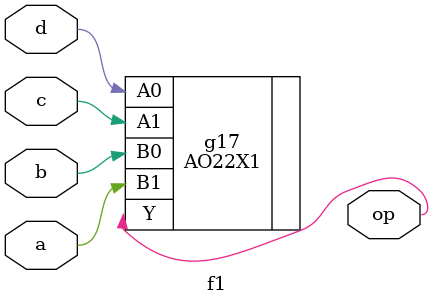
<source format=v>


// Verification Directory fv/f1 

module f1(a, b, c, d, op);
  input a, b, c, d;
  output op;
  wire a, b, c, d;
  wire op;
  AO22X1 g17(.A0 (d), .A1 (c), .B0 (b), .B1 (a), .Y (op));
endmodule


</source>
